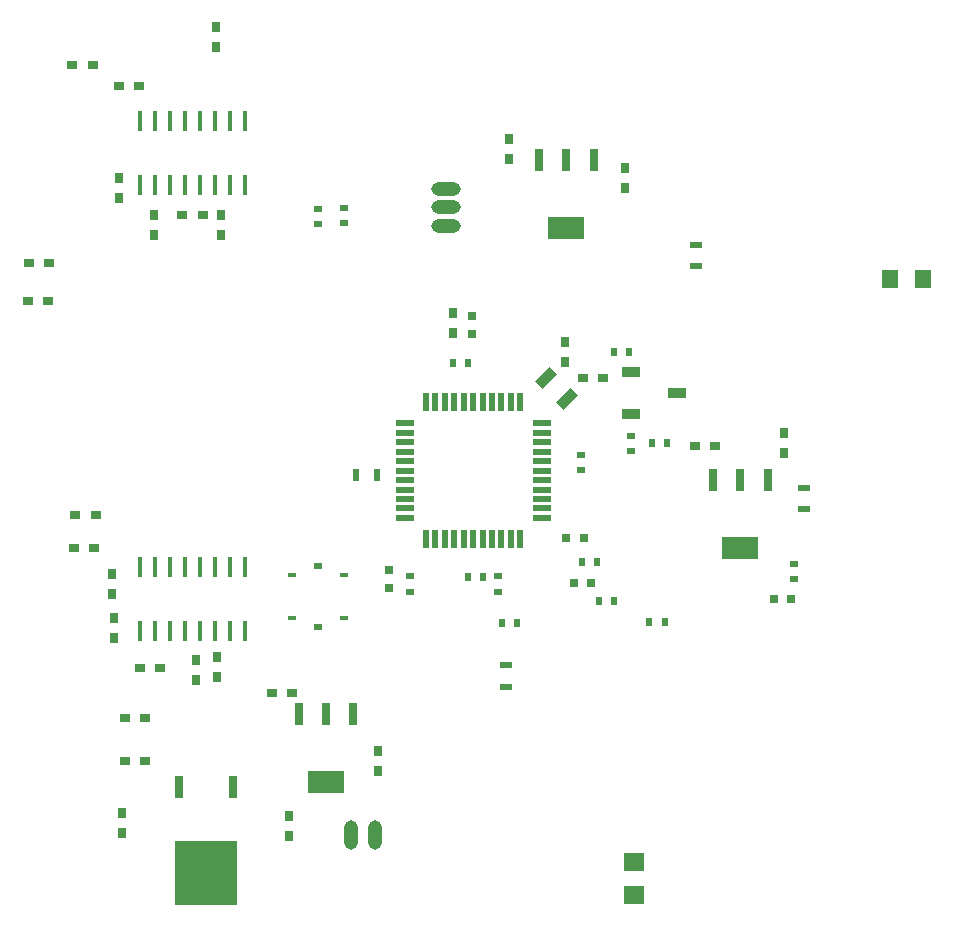
<source format=gtp>
G04 DipTrace 3.3.1.3*
G04 HypermaqBottomsidev0.3.gtp*
%MOMM*%
G04 #@! TF.FileFunction,Paste,Top*
G04 #@! TF.Part,Single*
%AMOUTLINE2*
4,1,4,
0.24992,-0.34992,
-0.24992,-0.34992,
-0.24992,0.34992,
0.24992,0.34992,
0.24992,-0.34992,
0*%
%AMOUTLINE5*
4,1,4,
-0.34992,-0.24992,
-0.34992,0.24992,
0.34992,0.24992,
0.34992,-0.24992,
-0.34992,-0.24992,
0*%
%AMOUTLINE8*
4,1,4,
0.79992,-0.39992,
-0.79992,-0.39992,
-0.79992,0.39992,
0.79992,0.39992,
0.79992,-0.39992,
0*%
%AMOUTLINE11*
4,1,4,
-0.91914,-0.28283,
0.28283,0.91914,
0.91914,0.28283,
-0.28283,-0.91914,
-0.91914,-0.28283,
0*%
%ADD46R,1.8X1.6*%
%ADD48R,0.8X0.8*%
%ADD76R,1.5X0.5*%
%ADD77R,0.5X1.5*%
%ADD82O,1.2X2.5*%
%ADD89O,2.5X1.2*%
%ADD110R,3.04985X1.94985*%
%ADD112R,0.74985X1.94985*%
%ADD120R,5.34985X5.44985*%
%ADD122R,0.79985X1.89985*%
%ADD128R,0.39985X1.79985*%
%ADD134R,0.79985X0.59985*%
%ADD136R,0.79985X0.39985*%
%ADD166R,1.39985X1.59985*%
%ADD168R,0.59985X0.99985*%
%ADD170R,0.69985X0.49985*%
%ADD172R,0.49985X0.69985*%
%ADD174R,0.99985X0.59985*%
%ADD176R,0.89985X0.79985*%
%ADD178R,0.79985X0.89985*%
%ADD185OUTLINE2*%
%ADD188OUTLINE5*%
%ADD191OUTLINE8*%
%ADD194OUTLINE11*%
%FSLAX35Y35*%
G04*
G71*
G90*
G75*
G01*
G04 TopPaste*
%LPD*%
D178*
X3036567Y3306330D3*
Y3136330D3*
X3074567Y7049210D3*
Y6879210D3*
X2206690Y7365957D3*
Y7195957D3*
D176*
X2745667Y7054313D3*
X2915667D3*
X2206667Y8143943D3*
X2376667D3*
D178*
X2505690Y7049210D3*
Y6879210D3*
D176*
X2555830Y3211430D3*
X2385830D3*
D178*
X2861807Y3115920D3*
Y3285920D3*
X2153057Y3840543D3*
Y4010543D3*
D174*
X5481000Y3237620D3*
Y3057620D3*
D178*
X2163440Y3639703D3*
Y3469703D3*
X5983690Y5978957D3*
Y5808957D3*
D176*
X6306707Y5671683D3*
X6136707D3*
D172*
X5036750Y5798750D3*
X5166750D3*
D170*
X6116250Y5020877D3*
Y4890877D3*
D172*
X5159373Y3984627D3*
X5289373D3*
D168*
X4396753Y4846250D3*
X4216753D3*
D166*
X8737000Y6508750D3*
X9017000D3*
D174*
X8006250Y4741377D3*
Y4561377D3*
D178*
X4403000Y2513877D3*
Y2343877D3*
X7842183Y5032420D3*
Y5202420D3*
D176*
X7254830Y5095807D3*
X7084830D3*
X3671457Y3004680D3*
X3501457D3*
D178*
X6492940Y7445330D3*
Y7275330D3*
X5508557Y7524793D3*
Y7694793D3*
X2237053Y1991180D3*
Y1821180D3*
X3651250Y1793877D3*
Y1963877D3*
D174*
X7096123Y6794500D3*
Y6614500D3*
D46*
X6572250Y1571627D3*
Y1291627D3*
D48*
X4497000Y3893753D3*
Y4043753D3*
D176*
X1984373Y8318500D3*
X1814373D3*
D178*
X3026500Y8471627D3*
Y8641627D3*
D176*
X1993753Y4227120D3*
X1823753D3*
X2009623Y4512873D3*
X1839623D3*
X2429753Y2429997D3*
X2259753D3*
X2429753Y2790000D3*
X2259753D3*
X1608377Y6318250D3*
X1438377D3*
X1612753Y6640123D3*
X1442753D3*
D48*
X5195500Y6195623D3*
Y6045623D3*
X7901373Y3798500D3*
X7751373D3*
X6143623Y4318003D3*
X5993623D3*
D172*
X5449500Y3592123D3*
X5579500D3*
D170*
X5419750Y3992250D3*
Y3862250D3*
D172*
X6699750Y3602250D3*
X6829750D3*
X6259123Y4116000D3*
X6129123D3*
X6402000Y3782623D3*
X6272000D3*
D170*
X3893753Y6973500D3*
Y7103500D3*
X4109750Y6982250D3*
Y7112250D3*
D178*
X5036750Y6048623D3*
Y6218623D3*
D170*
X4671623Y3992000D3*
Y3862000D3*
X7921627Y4095750D3*
Y3965750D3*
D185*
X6397623Y5889627D3*
X6527623D3*
D188*
X6546377Y5051123D3*
Y5181123D3*
D172*
X6848000Y5117623D3*
X6718000D3*
D136*
X4116000Y4004877D3*
X3676000D3*
Y3634877D3*
X4116000D3*
D134*
X3896000Y4079877D3*
Y3559877D3*
D191*
X6544873Y5719377D3*
X6934873Y5544377D3*
X6544873Y5369377D3*
D48*
X6207123Y3937000D3*
X6057123D3*
D128*
X2385627Y7306877D3*
X2512627D3*
X2639627D3*
X2766627D3*
X2893627D3*
X3020627D3*
X3147627D3*
X3274627D3*
Y7846877D3*
X3147627D3*
X3020627D3*
X2893627D3*
X2766627D3*
X2639627D3*
X2512627D3*
X2385627D3*
Y3528627D3*
X2512627D3*
X2639627D3*
X2766627D3*
X2893627D3*
X3020627D3*
X3147627D3*
X3274627D3*
Y4068627D3*
X3147627D3*
X3020627D3*
X2893627D3*
X2766627D3*
X2639627D3*
X2512627D3*
X2385627D3*
D76*
X4626753Y5286250D3*
Y5206250D3*
Y5126250D3*
Y5046250D3*
Y4966250D3*
Y4886250D3*
Y4806250D3*
Y4726250D3*
Y4646250D3*
Y4566250D3*
Y4486250D3*
D77*
X4806753Y4306250D3*
X4886753D3*
X4966753D3*
X5046753D3*
X5126753D3*
X5206753D3*
X5286753D3*
X5366753D3*
X5446753D3*
X5526753D3*
X5606753D3*
D76*
X5786753Y4486250D3*
Y4566250D3*
Y4646250D3*
Y4726250D3*
Y4806250D3*
Y4886250D3*
Y4966250D3*
Y5046250D3*
Y5126250D3*
Y5206250D3*
Y5286250D3*
D77*
X5606753Y5466250D3*
X5526753D3*
X5446753D3*
X5366753D3*
X5286753D3*
X5206753D3*
X5126753D3*
X5046753D3*
X4966753D3*
X4886753D3*
X4806753D3*
D122*
X3175000Y2206627D3*
X2715000D3*
D120*
X2945000Y1481627D3*
D82*
X4175270Y1801340D3*
X4375270D3*
D112*
X7699373Y4810127D3*
X7469373D3*
X7239373D3*
D110*
X7469373Y4230127D3*
D112*
X4191000Y2825750D3*
X3961000D3*
X3731000D3*
D110*
X3961000Y2245750D3*
D89*
X4973253Y7116380D3*
Y6959080D3*
Y7273680D3*
D112*
X6227250Y7517000D3*
X5997250D3*
X5767250D3*
D110*
X5997250Y6937000D3*
D194*
X5826123Y5669527D3*
X6002900Y5492750D3*
M02*

</source>
